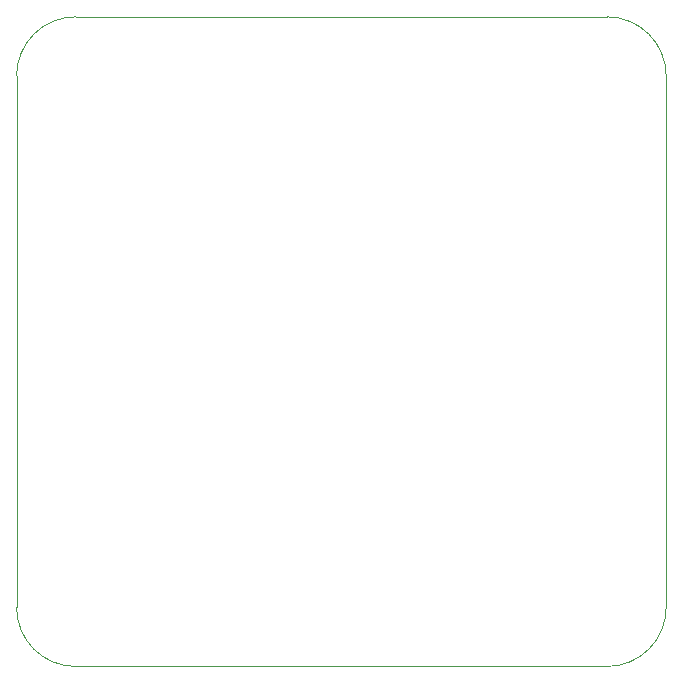
<source format=gbr>
%TF.GenerationSoftware,KiCad,Pcbnew,(5.1.6)-1*%
%TF.CreationDate,2020-10-05T02:21:01+02:00*%
%TF.ProjectId,RBoard,52426f61-7264-42e6-9b69-6361645f7063,rev?*%
%TF.SameCoordinates,Original*%
%TF.FileFunction,Profile,NP*%
%FSLAX46Y46*%
G04 Gerber Fmt 4.6, Leading zero omitted, Abs format (unit mm)*
G04 Created by KiCad (PCBNEW (5.1.6)-1) date 2020-10-05 02:21:01*
%MOMM*%
%LPD*%
G01*
G04 APERTURE LIST*
%TA.AperFunction,Profile*%
%ADD10C,0.050000*%
%TD*%
G04 APERTURE END LIST*
D10*
X132500000Y-80750000D02*
G75*
G02*
X127500000Y-75750000I0J5000000D01*
G01*
X182500000Y-75750000D02*
G75*
G02*
X177500000Y-80750000I-5000000J0D01*
G01*
X177500000Y-25750000D02*
G75*
G02*
X182500000Y-30750000I0J-5000000D01*
G01*
X127500000Y-30750000D02*
G75*
G02*
X132500000Y-25750000I5000000J0D01*
G01*
X127500000Y-75750000D02*
X127500000Y-30750000D01*
X177500000Y-80750000D02*
X132500000Y-80750000D01*
X182500000Y-30750000D02*
X182500000Y-75750000D01*
X132500000Y-25750000D02*
X177500000Y-25750000D01*
M02*

</source>
